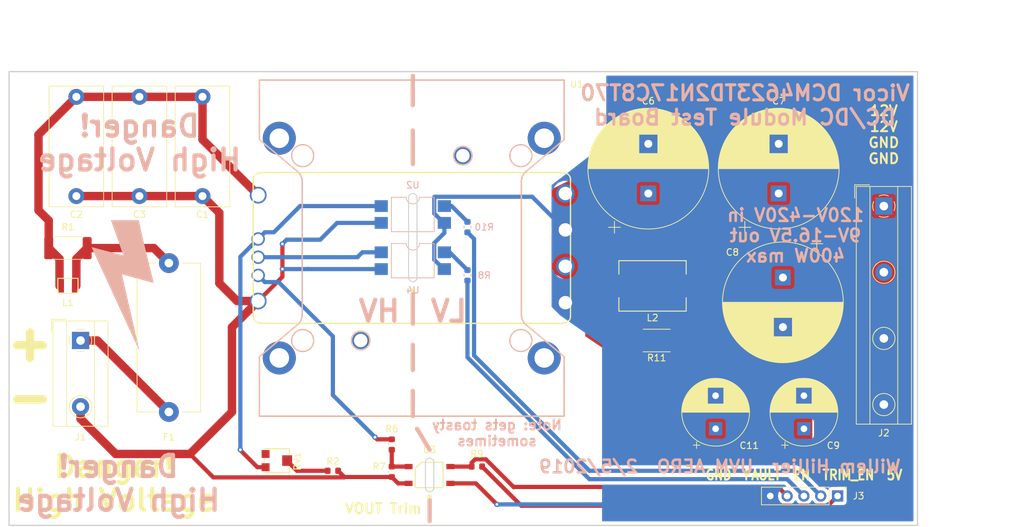
<source format=kicad_pcb>
(kicad_pcb (version 20171130) (host pcbnew "(5.0.2)-1")
  (layers (0 F.Cu signal) (31 B.Cu signal) (34 B.Paste user) (35 F.Paste user) (36 B.SilkS user) (37 F.SilkS user) (38 B.Mask user) (39 F.Mask user) (44 Edge.Cuts user))
  (net 0 "")
  (net 1 "Net-(C1-Pad1)")
  (net 2 /HV-)
  (net 3 GND)
  (net 4 +5V)
  (net 5 "Net-(C6-Pad1)")
  (net 6 +12V)
  (net 7 "Net-(F1-Pad1)")
  (net 8 /HV+)
  (net 9 /TRIM)
  (net 10 "Net-(R6-Pad1)")
  (net 11 /FAULT)
  (net 12 /DC_DC_EN)
  (net 13 "Net-(R8-Pad2)")
  (net 14 /TRIM_EN)
  (net 15 /EN)
  (net 16 "Net-(R10-Pad2)")
  (net 17 /DC_DC_FAULT)
  (net 18 "Net-(R2-Pad1)")
  (module CustomFootprints:TC33X-503ECT-ND (layer F.Cu) (at 95.885 125.095 270)
    (fp_text reference RV1 (at 1.1 -4.8 270) (layer F.SilkS))
    (fp_text value 50k)
    (pad 2 smd rect (at 1 -3.25 270) (size 1.6 1.5) (layers F.Cu F.Paste F.Mask) (net 18 "Net-(R2-Pad1)"))
    (pad 3 smd rect (at 2 0 270) (size 1.2 1.2) (layers F.Cu F.Paste F.Mask) (net 9 /TRIM))
    (pad 1 smd rect (at 0 0 270) (size 1.2 1.2) (layers F.Cu F.Paste F.Mask))
  )
  (module CustomFootprints:TLP182 (layer F.Cu) (at 117.475 127)
    (fp_text reference U3 (at 3.175 -2.54) (layer F.SilkS))
    (fp_text value TLP184)
    (pad 1 smd rect (at 0 0) (size 1.2 0.8) (layers F.Cu F.Paste F.Mask) (net 10 "Net-(R6-Pad1)"))
    (pad 6 smd rect (at 6.3 0) (size 1.2 0.8) (layers F.Cu F.Paste F.Mask) (net 17 /DC_DC_FAULT))
    (pad 3 smd rect (at 0 2.54) (size 1.2 0.8) (layers F.Cu F.Paste F.Mask) (net 2 /HV-))
    (pad 4 smd rect (at 6.3 2.54) (size 1.2 0.8) (layers F.Cu F.Paste F.Mask) (net 3 GND))
  )
  (module Capacitor_THT:C_Rect_L18.0mm_W8.0mm_P15.00mm_FKS3_FKP3 (layer F.Cu) (at 86.36 71.12 270)
    (fp_text reference C1 (at 17.78 0) (layer F.SilkS))
    (fp_text value 0.68uF)
    (pad 1 thru_hole circle (at 0 0 270) (size 2.4 2.4) (drill 1.2) (layers *.Cu *.Mask) (net 1 "Net-(C1-Pad1)"))
    (pad 2 thru_hole circle (at 15 0 270) (size 2.4 2.4) (drill 1.2) (layers *.Cu *.Mask) (net 2 /HV-))
  )
  (module Capacitor_THT:C_Rect_L18.0mm_W8.0mm_P15.00mm_FKS3_FKP3 (layer F.Cu) (at 67.31 71.12 270)
    (fp_text reference C2 (at 17.78 0) (layer F.SilkS))
    (fp_text value 0.68uF)
    (pad 2 thru_hole circle (at 15 0 270) (size 2.4 2.4) (drill 1.2) (layers *.Cu *.Mask) (net 2 /HV-))
    (pad 1 thru_hole circle (at 0 0 270) (size 2.4 2.4) (drill 1.2) (layers *.Cu *.Mask) (net 1 "Net-(C1-Pad1)"))
  )
  (module Capacitor_THT:C_Rect_L18.0mm_W8.0mm_P15.00mm_FKS3_FKP3 (layer F.Cu) (at 76.835 71.12 270)
    (fp_text reference C3 (at 17.78 0) (layer F.SilkS))
    (fp_text value 0.68uF)
    (pad 1 thru_hole circle (at 0 0 270) (size 2.4 2.4) (drill 1.2) (layers *.Cu *.Mask) (net 1 "Net-(C1-Pad1)"))
    (pad 2 thru_hole circle (at 15 0 270) (size 2.4 2.4) (drill 1.2) (layers *.Cu *.Mask) (net 2 /HV-))
  )
  (module Capacitor_THT:CP_Radial_D18.0mm_P7.50mm (layer F.Cu) (at 153.67 85.725 90)
    (fp_text reference C6 (at 13.97 0 180) (layer F.SilkS))
    (fp_text value 4700uF)
    (pad 1 thru_hole rect (at 0 0 90) (size 2.4 2.4) (drill 1.2) (layers *.Cu *.Mask) (net 5 "Net-(C6-Pad1)"))
    (pad 2 thru_hole circle (at 7.5 0 90) (size 2.4 2.4) (drill 1.2) (layers *.Cu *.Mask) (net 3 GND))
  )
  (module Capacitor_THT:CP_Radial_D18.0mm_P7.50mm (layer F.Cu) (at 173.355 85.725 90)
    (fp_text reference C7 (at 13.97 0 180) (layer F.SilkS))
    (fp_text value 4700uF)
    (pad 2 thru_hole circle (at 7.5 0 90) (size 2.4 2.4) (drill 1.2) (layers *.Cu *.Mask) (net 3 GND))
    (pad 1 thru_hole rect (at 0 0 90) (size 2.4 2.4) (drill 1.2) (layers *.Cu *.Mask) (net 6 +12V))
  )
  (module Capacitor_THT:CP_Radial_D18.0mm_P7.50mm (layer F.Cu) (at 173.99 98.425 270)
    (fp_text reference C8 (at -3.81 7.62) (layer F.SilkS))
    (fp_text value 4700uF)
    (pad 1 thru_hole rect (at 0 0 270) (size 2.4 2.4) (drill 1.2) (layers *.Cu *.Mask) (net 6 +12V))
    (pad 2 thru_hole circle (at 7.5 0 270) (size 2.4 2.4) (drill 1.2) (layers *.Cu *.Mask) (net 3 GND))
  )
  (module Capacitor_THT:CP_Radial_D10.0mm_P5.00mm (layer F.Cu) (at 177.165 121.285 90)
    (fp_text reference C9 (at -2.54 4.445 180) (layer F.SilkS))
    (fp_text value 470uF)
    (pad 2 thru_hole circle (at 5 0 90) (size 2 2) (drill 1) (layers *.Cu *.Mask) (net 3 GND))
    (pad 1 thru_hole rect (at 0 0 90) (size 2 2) (drill 1) (layers *.Cu *.Mask) (net 6 +12V))
  )
  (module Capacitor_THT:CP_Radial_D10.0mm_P5.00mm (layer F.Cu) (at 163.83 121.285 90)
    (fp_text reference C11 (at -2.54 5.08 180) (layer F.SilkS))
    (fp_text value 470uF)
    (pad 1 thru_hole rect (at 0 0 90) (size 2 2) (drill 1) (layers *.Cu *.Mask) (net 6 +12V))
    (pad 2 thru_hole circle (at 5 0 90) (size 2 2) (drill 1) (layers *.Cu *.Mask) (net 3 GND))
  )
  (module Fuse:Fuseholder_Cylinder-5x20mm_Schurter_0031_8201_Horizontal_Open (layer F.Cu) (at 81.28 118.745 90)
    (fp_text reference F1 (at -3.81 0 180) (layer F.SilkS))
    (fp_text value 2.5A)
    (pad 1 thru_hole circle (at 0 0 90) (size 3 3) (drill 1.3) (layers *.Cu *.Mask) (net 7 "Net-(F1-Pad1)"))
    (pad 2 thru_hole circle (at 22.5 0 90) (size 3 3) (drill 1.3) (layers *.Cu *.Mask) (net 8 /HV+))
    (pad "" np_thru_hole circle (at 11.25 0 90) (size 2.7 2.7) (drill 2.7) (layers *.Cu *.Mask))
  )
  (module TerminalBlock_MetzConnect:TerminalBlock_MetzConnect_Type067_RT01902HDWC_1x02_P10.00mm_Horizontal (layer F.Cu) (at 67.945 107.95 270)
    (fp_text reference J1 (at 14.605 0) (layer F.SilkS))
    (fp_text value TSV)
    (pad 1 thru_hole rect (at 0 0 270) (size 2.6 2.6) (drill 1.3) (layers *.Cu *.Mask) (net 7 "Net-(F1-Pad1)"))
    (pad 2 thru_hole circle (at 10 0 270) (size 2.6 2.6) (drill 1.3) (layers *.Cu *.Mask) (net 2 /HV-))
  )
  (module TerminalBlock_MetzConnect:TerminalBlock_MetzConnect_Type067_RT01904HDWC_1x04_P10.00mm_Horizontal (layer F.Cu) (at 189.23 87.63 270)
    (fp_text reference J2 (at 34.29 0) (layer F.SilkS))
    (fp_text value 12V_OUT)
    (pad 1 thru_hole rect (at 0 0 270) (size 2.6 2.6) (drill 1.3) (layers *.Cu *.Mask) (net 6 +12V))
    (pad 2 thru_hole circle (at 10 0 270) (size 2.6 2.6) (drill 1.3) (layers *.Cu *.Mask) (net 6 +12V))
    (pad 3 thru_hole circle (at 20 0 270) (size 2.6 2.6) (drill 1.3) (layers *.Cu *.Mask) (net 3 GND))
    (pad 4 thru_hole circle (at 30 0 270) (size 2.6 2.6) (drill 1.3) (layers *.Cu *.Mask) (net 3 GND))
  )
  (module CustomFootprints:Murata_DFE252012P_Inductor (layer F.Cu) (at 66.04 99.695 180)
    (fp_text reference L1 (at 0 -2.54 180) (layer F.SilkS))
    (fp_text value 1uH)
    (pad 1 smd rect (at -1 0 180) (size 0.8 2) (layers F.Cu F.Paste F.Mask) (net 8 /HV+))
    (pad 2 smd rect (at 1 0 180) (size 0.8 2) (layers F.Cu F.Paste F.Mask) (net 1 "Net-(C1-Pad1)"))
  )
  (module CustomFootprints:PA2607 (layer F.Cu) (at 154.305 99.695)
    (fp_text reference L2 (at 0 4.826) (layer F.SilkS))
    (fp_text value 0.15uH)
    (pad 1 smd rect (at -3.935 0) (size 3.3 3.3) (layers F.Cu F.Paste F.Mask) (net 5 "Net-(C6-Pad1)"))
    (pad 2 smd rect (at 3.935 0) (size 3.3 3.3) (layers F.Cu F.Paste F.Mask) (net 6 +12V))
  )
  (module Resistor_SMD:R_2512_6332Metric (layer F.Cu) (at 66.04 93.98)
    (fp_text reference R1 (at 0 -3.175) (layer F.SilkS))
    (fp_text value 1Ω)
    (pad 1 smd roundrect (at -2.9 0) (size 1.35 3.35) (layers F.Cu F.Paste F.Mask) (roundrect_rratio 0.185185) (net 1 "Net-(C1-Pad1)"))
    (pad 2 smd roundrect (at 2.9 0) (size 1.35 3.35) (layers F.Cu F.Paste F.Mask) (roundrect_rratio 0.185185) (net 8 /HV+))
  )
  (module Resistor_SMD:R_0603_1608Metric (layer F.Cu) (at 114.935 123.6725 90)
    (fp_text reference R6 (at 2.3875 0 180) (layer F.SilkS))
    (fp_text value 1k)
    (pad 2 smd roundrect (at 0.7875 0 90) (size 0.875 0.95) (layers F.Cu F.Paste F.Mask) (net 11 /FAULT))
    (pad 1 smd roundrect (at -0.7875 0 90) (size 0.875 0.95) (layers F.Cu F.Paste F.Mask) (net 10 "Net-(R6-Pad1)"))
  )
  (module Resistor_SMD:R_0603_1608Metric (layer F.Cu) (at 114.935 127.7875 270)
    (fp_text reference R7 (at -0.7875 1.905) (layer F.SilkS))
    (fp_text value 100k)
    (pad 1 smd roundrect (at -0.7875 0 270) (size 0.875 0.95) (layers F.Cu F.Paste F.Mask) (net 10 "Net-(R6-Pad1)"))
    (pad 2 smd roundrect (at 0.7875 0 270) (size 0.875 0.95) (layers F.Cu F.Paste F.Mask) (net 2 /HV-))
  )
  (module Resistor_SMD:R_0603_1608Metric (layer B.Cu) (at 126.365 98.095 90)
    (fp_text reference R8 (at 0 2.54 180) (layer B.SilkS) (effects (justify mirror)))
    (fp_text value 1k)
    (pad 2 smd roundrect (at 0.7875 0 90) (size 0.875 0.95) (layers B.Cu B.Paste B.Mask) (net 13 "Net-(R8-Pad2)"))
    (pad 1 smd roundrect (at -0.7875 0 90) (size 0.875 0.95) (layers B.Cu B.Paste B.Mask) (net 12 /DC_DC_EN))
  )
  (module Resistor_SMD:R_0603_1608Metric (layer F.Cu) (at 127.7875 127)
    (fp_text reference R9 (at 0 -1.905) (layer F.SilkS))
    (fp_text value 10k)
    (pad 1 smd roundrect (at -0.7875 0) (size 0.875 0.95) (layers F.Cu F.Paste F.Mask) (net 17 /DC_DC_FAULT))
    (pad 2 smd roundrect (at 0.7875 0) (size 0.875 0.95) (layers F.Cu F.Paste F.Mask) (net 4 +5V))
  )
  (module Resistor_SMD:R_0603_1608Metric (layer B.Cu) (at 126.365 90.805 90)
    (fp_text reference R10 (at 0 2.54 180) (layer B.SilkS) (effects (justify mirror)))
    (fp_text value 1k)
    (pad 1 smd roundrect (at -0.7875 0 90) (size 0.875 0.95) (layers B.Cu B.Paste B.Mask) (net 14 /TRIM_EN))
    (pad 2 smd roundrect (at 0.7875 0 90) (size 0.875 0.95) (layers B.Cu B.Paste B.Mask) (net 16 "Net-(R10-Pad2)"))
  )
  (module Resistor_SMD:R_2512_6332Metric (layer F.Cu) (at 154.94 107.95 180)
    (fp_text reference R11 (at 0 -2.62 180) (layer F.SilkS))
    (fp_text value 1Ω)
    (pad 2 smd roundrect (at 2.9 0 180) (size 1.35 3.35) (layers F.Cu F.Paste F.Mask) (roundrect_rratio 0.185185) (net 5 "Net-(C6-Pad1)"))
    (pad 1 smd roundrect (at -2.9 0 180) (size 1.35 3.35) (layers F.Cu F.Paste F.Mask) (roundrect_rratio 0.185185) (net 6 +12V))
  )
  (module "CustomFootprints:DCM4623TD2J13D0T70 w_landpattern" (layer F.Cu) (at 117.955 93.98)
    (fp_text reference U1 (at 24.92 -24.765 180) (layer F.SilkS))
    (fp_text value DCM4623TD2J13D0T70)
    (pad "" thru_hole circle (at -20 16.6) (size 4.99 4.99) (drill 2.95) (layers *.Cu *.Mask))
    (pad "" thru_hole circle (at -20 -16.6) (size 4.99 4.99) (drill 2.95) (layers *.Cu *.Mask))
    (pad "" thru_hole circle (at 20 16.6) (size 4.99 4.99) (drill 2.95) (layers *.Cu *.Mask))
    (pad "" thru_hole circle (at 20 -16.6) (size 4.99 4.99) (drill 2.95) (layers *.Cu *.Mask))
    (pad "" thru_hole circle (at -7.71 13.97) (size 2.79 2.79) (drill 2.03) (layers *.Cu *.Mask))
    (pad "" thru_hole circle (at 7.71 -13.97) (size 2.79 2.79) (drill 2.03) (layers *.Cu *.Mask))
    (pad "" np_thru_hole circle (at 16.47 13.97) (size 3.1 3.1) (drill 3.1) (layers *.Cu *.Mask))
    (pad "" np_thru_hole circle (at -16.47 13.97) (size 3.1 3.1) (drill 3.1) (layers *.Cu *.Mask))
    (pad "" np_thru_hole circle (at -16.47 -13.97) (size 3.1 3.1) (drill 3.1) (layers *.Cu *.Mask))
    (pad "" np_thru_hole circle (at 16.47 -13.97) (size 3.1 3.1) (drill 3.1) (layers *.Cu *.Mask))
    (pad 9 thru_hole circle (at 23.19 -8.25) (size 2.79 2.79) (drill 2.03) (layers *.Cu *.Mask) (net 5 "Net-(C6-Pad1)"))
    (pad 8 thru_hole circle (at 23.19 -2.75) (size 2.79 2.79) (drill 2.03) (layers *.Cu *.Mask) (net 3 GND))
    (pad 7 thru_hole circle (at 23.19 2.75) (size 2.79 2.79) (drill 2.03) (layers *.Cu *.Mask) (net 5 "Net-(C6-Pad1)"))
    (pad 6 thru_hole circle (at 23.19 8.25) (size 2.79 2.79) (drill 2.03) (layers *.Cu *.Mask) (net 3 GND))
    (pad 4 thru_hole circle (at -23.19 4.13) (size 2.02 2.02) (drill 1.52) (layers *.Cu *.Mask) (net 11 /FAULT))
    (pad 3 thru_hole circle (at -23.19 1.38) (size 2.02 2.02) (drill 1.52) (layers *.Cu *.Mask) (net 15 /EN))
    (pad 2 thru_hole circle (at -23.19 -1.38) (size 2.02 2.02) (drill 1.52) (layers *.Cu *.Mask) (net 9 /TRIM))
    (pad 5 thru_hole circle (at -23.19 8) (size 2.53 2.53) (drill 2.03) (layers *.Cu *.Mask) (net 2 /HV-))
    (pad 1 thru_hole circle (at -23.19 -8) (size 2.53 2.53) (drill 2.03) (layers *.Cu *.Mask) (net 1 "Net-(C1-Pad1)"))
  )
  (module Package_DIP:SMDIP-4_W9.53mm (layer B.Cu) (at 118.11 88.9 180)
    (fp_text reference U2 (at 0 4.445 180) (layer B.SilkS) (effects (justify mirror)))
    (fp_text value LTV-817S)
    (pad 4 smd rect (at 4.765 1.27 180) (size 2 1.78) (layers B.Cu B.Paste B.Mask) (net 9 /TRIM))
    (pad 2 smd rect (at -4.765 -1.27 180) (size 2 1.78) (layers B.Cu B.Paste B.Mask) (net 3 GND))
    (pad 3 smd rect (at 4.765 -1.27 180) (size 2 1.78) (layers B.Cu B.Paste B.Mask) (net 2 /HV-))
    (pad 1 smd rect (at -4.765 1.27 180) (size 2 1.78) (layers B.Cu B.Paste B.Mask) (net 16 "Net-(R10-Pad2)"))
  )
  (module Package_DIP:SMDIP-4_W9.53mm (layer B.Cu) (at 118.11 95.885 180)
    (fp_text reference U4 (at 0 -4.445 180) (layer B.SilkS) (effects (justify mirror)))
    (fp_text value LTV-817S)
    (pad 1 smd rect (at -4.765 1.27 180) (size 2 1.78) (layers B.Cu B.Paste B.Mask) (net 13 "Net-(R8-Pad2)"))
    (pad 3 smd rect (at 4.765 -1.27 180) (size 2 1.78) (layers B.Cu B.Paste B.Mask) (net 2 /HV-))
    (pad 2 smd rect (at -4.765 -1.27 180) (size 2 1.78) (layers B.Cu B.Paste B.Mask) (net 3 GND))
    (pad 4 smd rect (at 4.765 1.27 180) (size 2 1.78) (layers B.Cu B.Paste B.Mask) (net 15 /EN))
  )
  (module Connector_PinHeader_2.54mm:PinHeader_1x05_P2.54mm_Vertical (layer F.Cu) (at 182.245 131.445 270)
    (fp_text reference J3 (at 0 -3.175) (layer F.SilkS))
    (fp_text value Conn_01x05)
    (pad 1 thru_hole rect (at 0 0 270) (size 1.7 1.7) (drill 1) (layers *.Cu *.Mask) (net 4 +5V))
    (pad 2 thru_hole oval (at 0 2.54 270) (size 1.7 1.7) (drill 1) (layers *.Cu *.Mask) (net 14 /TRIM_EN))
    (pad 3 thru_hole oval (at 0 5.08 270) (size 1.7 1.7) (drill 1) (layers *.Cu *.Mask) (net 12 /DC_DC_EN))
    (pad 4 thru_hole oval (at 0 7.62 270) (size 1.7 1.7) (drill 1) (layers *.Cu *.Mask) (net 17 /DC_DC_FAULT))
    (pad 5 thru_hole oval (at 0 10.16 270) (size 1.7 1.7) (drill 1) (layers *.Cu *.Mask) (net 3 GND))
  )
  (module Resistor_SMD:R_0603_1608Metric (layer F.Cu) (at 106.045 127.635)
    (fp_text reference R2 (at 0 -1.43) (layer F.SilkS))
    (fp_text value 6.8k)
    (pad 1 smd roundrect (at -0.7875 0) (size 0.875 0.95) (layers F.Cu F.Paste F.Mask) (net 18 "Net-(R2-Pad1)"))
    (pad 2 smd roundrect (at 0.7875 0) (size 0.875 0.95) (layers F.Cu F.Paste F.Mask) (net 2 /HV-))
  )
  (module CustomFootprints:hvlightningsymbol (layer B.Cu) (at 74.295 99.695 180)
    (fp_text reference G*** hide)
    (fp_text value LOGO hide)
  )
  (gr_line (start 118.11 81.28) (end 118.11 76.2) (layer F.SilkS) (width 0.635))
  (gr_line (start 118.11 119.38) (end 118.11 115.57) (layer F.SilkS) (width 0.635))
  (gr_line (start 118.11 112.395) (end 118.11 108.585) (layer F.SilkS) (width 0.635))
  (gr_text "Note: gets toasty\nsometimes" (at 130.81 121.92) (layer B.SilkS) (effects (font (size 1.5 1.5) (thickness 0.3)) (justify mirror)))
  (gr_text "LV  HV" (at 118.11 103.505) (layer B.SilkS) (effects (font (size 3.175 3.175) (thickness 0.635)) (justify mirror)))
  (gr_text "Danger!\nHigh Voltage" (at 76.835 78.105) (layer B.SilkS) (effects (font (size 3.175 3.175) (thickness 0.635)) (justify mirror)))
  (gr_text "Willem Hillier  UVM AERO  2/5/2019" (at 164.465 127) (layer B.SilkS) (effects (font (size 1.905 1.905) (thickness 0.381)) (justify mirror)))
  (gr_text "120V-420V in\n9V-16.5V out\n400W max" (at 175.895 92.075) (layer B.SilkS) (effects (font (size 1.905 1.905) (thickness 0.381)) (justify mirror)))
  (gr_text "Vicor DCM4623TD2N17C8T70\nDC/DC Module Test Board" (at 168.275 72.39) (layer B.SilkS) (effects (font (size 2.286 2.286) (thickness 0.4572)) (justify mirror)))
  (gr_line (start 120.65 132.08) (end 120.65 135.255) (layer B.SilkS) (width 0.635))
  (gr_line (start 118.745 121.285) (end 120.65 124.46) (layer B.SilkS) (width 0.635))
  (gr_line (start 118.11 115.57) (end 118.11 119.38) (layer B.SilkS) (width 0.635))
  (gr_line (start 118.11 108.585) (end 118.11 112.395) (layer B.SilkS) (width 0.635))
  (gr_line (start 118.11 100.965) (end 118.11 105.41) (layer B.SilkS) (width 0.635))
  (gr_line (start 118.11 76.2) (end 118.11 81.28) (layer B.SilkS) (width 0.635))
  (gr_line (start 118.11 67.945) (end 118.11 72.39) (layer B.SilkS) (width 0.635))
  (gr_text "Danger!\nHigh Voltage" (at 73.66 129.54) (layer B.SilkS) (effects (font (size 3.175 3.175) (thickness 0.635)) (justify mirror)))
  (gr_text "Danger!\nHigh Voltage" (at 73.025 129.54) (layer F.SilkS) (effects (font (size 3.175 3.175) (thickness 0.635))))
  (gr_line (start 118.11 72.39) (end 118.11 67.945) (layer F.SilkS) (width 0.635))
  (gr_line (start 118.11 104.14) (end 118.11 100.33) (layer F.SilkS) (width 0.635))
  (gr_line (start 118.11 105.41) (end 118.11 100.965) (layer F.SilkS) (width 0.635))
  (gr_line (start 120.65 124.46) (end 118.745 121.285) (layer F.SilkS) (width 0.635))
  (gr_line (start 120.65 135.255) (end 120.65 131.445) (layer F.SilkS) (width 0.635))
  (gr_text "GND  FAULT  EN  TRIM_EN  5V" (at 177.165 128.27) (layer F.SilkS) (effects (font (size 1.5 1.27) (thickness 0.3))))
  (gr_text "12V\n12V\nGND\nGND\n" (at 189.23 76.835) (layer F.SilkS) (effects (font (size 1.5 1.5) (thickness 0.3))))
  (gr_text "VOUT Trim" (at 113.665 133.35) (layer F.SilkS) (effects (font (size 1.5 1.5) (thickness 0.3))))
  (gr_text "+\n-" (at 60.325 112.395) (layer F.SilkS) (effects (font (size 5.08 5.08) (thickness 1.27))))
  (gr_arc (start 120.65 130.175) (end 120.015 130.175) (angle -180) (layer Edge.Cuts) (width 0.15))
  (gr_arc (start 120.65 126.365) (end 121.285 126.365) (angle -180) (layer Edge.Cuts) (width 0.15))
  (gr_line (start 121.285 130.175) (end 121.285 126.365) (layer Edge.Cuts) (width 0.15))
  (gr_line (start 120.015 126.365) (end 120.015 130.175) (layer Edge.Cuts) (width 0.15))
  (gr_arc (start 118.11 98.425) (end 117.475 98.425) (angle -180) (layer Edge.Cuts) (width 0.15))
  (gr_arc (start 118.11 86.36) (end 118.745 86.36) (angle -180) (layer Edge.Cuts) (width 0.15))
  (gr_line (start 118.745 86.36) (end 118.745 98.425) (layer Edge.Cuts) (width 0.15))
  (gr_line (start 117.475 98.425) (end 117.475 86.36) (layer Edge.Cuts) (width 0.15))
  (gr_line (start 57.15 135.89) (end 57.15 67.31) (layer Edge.Cuts) (width 0.2))
  (gr_line (start 194.31 135.89) (end 57.15 135.89) (layer Edge.Cuts) (width 0.2))
  (gr_line (start 194.31 67.31) (end 194.31 135.89) (layer Edge.Cuts) (width 0.2))
  (gr_line (start 57.15 67.31) (end 194.31 67.31) (layer Edge.Cuts) (width 0.2))
  (segment (start 86.36 71.12) (end 67.31 71.12) (width 1.27) (layer F.Cu) (net 1))
  (segment (start 63.14 93.98) (end 63.14 89.81) (width 1.27) (layer F.Cu) (net 1))
  (segment (start 63.14 89.81) (end 61.595 88.265) (width 1.27) (layer F.Cu) (net 1))
  (segment (start 61.595 76.835) (end 67.31 71.12) (width 1.27) (layer F.Cu) (net 1))
  (segment (start 61.595 88.265) (end 61.595 76.835) (width 1.27) (layer F.Cu) (net 1))
  (segment (start 64.77 95.61) (end 63.14 93.98) (width 1.27) (layer F.Cu) (net 1))
  (segment (start 64.77 99.695) (end 64.77 95.61) (width 1.27) (layer F.Cu) (net 1))
  (segment (start 86.36 77.575) (end 94.765 85.98) (width 1.27) (layer F.Cu) (net 1))
  (segment (start 86.36 71.12) (end 86.36 77.575) (width 1.27) (layer F.Cu) (net 1))
  (segment (start 67.31 86.12) (end 86.36 86.12) (width 1.27) (layer F.Cu) (net 2))
  (segment (start 67.945 119.788477) (end 67.945 117.95) (width 1.27) (layer F.Cu) (net 2))
  (segment (start 73.251523 125.095) (end 67.945 119.788477) (width 1.27) (layer F.Cu) (net 2))
  (segment (start 84.455 125.095) (end 73.251523 125.095) (width 1.27) (layer F.Cu) (net 2))
  (segment (start 90.805 118.745) (end 84.455 125.095) (width 1.27) (layer F.Cu) (net 2))
  (segment (start 94.765 101.98) (end 90.805 105.94) (width 1.27) (layer F.Cu) (net 2))
  (segment (start 90.805 105.94) (end 90.805 118.745) (width 1.27) (layer F.Cu) (net 2))
  (segment (start 88.9 88.66) (end 86.36 86.12) (width 1.27) (layer F.Cu) (net 2))
  (segment (start 88.9 99.29) (end 88.9 88.66) (width 1.27) (layer F.Cu) (net 2))
  (segment (start 94.765 101.98) (end 91.59 101.98) (width 1.27) (layer F.Cu) (net 2))
  (segment (start 91.59 101.98) (end 88.9 99.29) (width 1.27) (layer F.Cu) (net 2))
  (via (at 98.425 93.345) (size 0.8) (drill 0.4) (layers F.Cu B.Cu) (net 2))
  (via (at 98.425 97.155) (size 0.8) (drill 0.4) (layers F.Cu B.Cu) (net 2))
  (segment (start 115.9 129.54) (end 114.935 128.575) (width 0.635) (layer F.Cu) (net 2))
  (segment (start 117.475 129.54) (end 115.9 129.54) (width 0.635) (layer F.Cu) (net 2))
  (segment (start 85.905001 126.545001) (end 84.455 125.095) (width 0.635) (layer F.Cu) (net 2))
  (segment (start 102.235 97.155) (end 98.425 97.155) (width 0.635) (layer B.Cu) (net 2))
  (segment (start 113.345 97.155) (end 102.235 97.155) (width 0.635) (layer B.Cu) (net 2))
  (segment (start 99.06 92.71) (end 98.425 93.345) (width 0.635) (layer B.Cu) (net 2))
  (segment (start 104.14 92.71) (end 99.06 92.71) (width 0.635) (layer B.Cu) (net 2))
  (segment (start 113.345 90.17) (end 106.68 90.17) (width 0.635) (layer B.Cu) (net 2))
  (segment (start 106.68 90.17) (end 104.14 92.71) (width 0.635) (layer B.Cu) (net 2))
  (segment (start 94.765 101.98) (end 98.425 98.32) (width 0.635) (layer F.Cu) (net 2))
  (segment (start 98.425 98.32) (end 98.425 97.155) (width 0.635) (layer F.Cu) (net 2))
  (segment (start 98.425 93.345) (end 98.425 97.155) (width 0.635) (layer F.Cu) (net 2))
  (segment (start 107.7725 128.575) (end 106.8325 127.635) (width 0.635) (layer F.Cu) (net 2))
  (segment (start 114.935 128.575) (end 107.7725 128.575) (width 0.635) (layer F.Cu) (net 2))
  (segment (start 87.99071 128.63071) (end 85.905001 126.545001) (width 0.635) (layer F.Cu) (net 2))
  (segment (start 107.71679 128.63071) (end 87.99071 128.63071) (width 0.635) (layer F.Cu) (net 2))
  (segment (start 107.7725 128.575) (end 107.71679 128.63071) (width 0.635) (layer F.Cu) (net 2))
  (segment (start 121.354299 88.759299) (end 121.354299 86.290701) (width 0.635) (layer B.Cu) (net 3))
  (segment (start 122.875 90.17) (end 122.765 90.17) (width 0.635) (layer B.Cu) (net 3))
  (segment (start 122.765 90.17) (end 121.354299 88.759299) (width 0.635) (layer B.Cu) (net 3))
  (segment (start 139.750001 89.835001) (end 141.145 91.23) (width 0.635) (layer B.Cu) (net 3))
  (segment (start 136.134299 86.219299) (end 139.750001 89.835001) (width 0.635) (layer B.Cu) (net 3))
  (segment (start 121.425701 86.219299) (end 136.134299 86.219299) (width 0.635) (layer B.Cu) (net 3))
  (segment (start 121.354299 86.290701) (end 121.425701 86.219299) (width 0.635) (layer B.Cu) (net 3))
  (segment (start 122.875 91.695) (end 122.875 90.17) (width 0.635) (layer B.Cu) (net 3))
  (segment (start 121.354299 93.215701) (end 122.875 91.695) (width 0.635) (layer B.Cu) (net 3))
  (segment (start 121.354299 95.744299) (end 121.354299 93.215701) (width 0.635) (layer B.Cu) (net 3))
  (segment (start 122.765 97.155) (end 121.354299 95.744299) (width 0.635) (layer B.Cu) (net 3))
  (segment (start 122.875 97.155) (end 122.765 97.155) (width 0.635) (layer B.Cu) (net 3))
  (via (at 130.81 132.715) (size 0.8) (drill 0.4) (layers F.Cu B.Cu) (net 3))
  (segment (start 127.635 129.54) (end 130.81 132.715) (width 0.635) (layer F.Cu) (net 3))
  (segment (start 123.775 129.54) (end 127.635 129.54) (width 0.635) (layer F.Cu) (net 3))
  (segment (start 130.81 132.715) (end 147.32 132.715) (width 0.635) (layer B.Cu) (net 3))
  (segment (start 129.036612 127.461612) (end 128.575 127) (width 0.635) (layer F.Cu) (net 4))
  (segment (start 134.492301 132.917301) (end 129.036612 127.461612) (width 0.635) (layer F.Cu) (net 4))
  (segment (start 180.772699 132.917301) (end 134.492301 132.917301) (width 0.635) (layer F.Cu) (net 4))
  (segment (start 182.245 131.445) (end 180.772699 132.917301) (width 0.635) (layer F.Cu) (net 4))
  (segment (start 70.485 107.95) (end 67.945 107.95) (width 1.27) (layer F.Cu) (net 7))
  (segment (start 81.28 118.745) (end 70.485 107.95) (width 1.27) (layer F.Cu) (net 7))
  (segment (start 79.015 93.98) (end 81.28 96.245) (width 1.27) (layer F.Cu) (net 8))
  (segment (start 68.94 93.98) (end 79.015 93.98) (width 1.27) (layer F.Cu) (net 8))
  (segment (start 67.31 95.61) (end 68.94 93.98) (width 1.27) (layer F.Cu) (net 8))
  (segment (start 67.31 99.695) (end 67.31 95.61) (width 1.27) (layer F.Cu) (net 8))
  (segment (start 95.774999 91.590001) (end 94.765 92.6) (width 0.635) (layer B.Cu) (net 9))
  (segment (start 97.135901 91.590001) (end 95.774999 91.590001) (width 0.635) (layer B.Cu) (net 9))
  (segment (start 101.095902 87.63) (end 97.135901 91.590001) (width 0.635) (layer B.Cu) (net 9))
  (segment (start 113.345 87.63) (end 101.095902 87.63) (width 0.635) (layer B.Cu) (net 9))
  (segment (start 92.075 95.29) (end 94.765 92.6) (width 0.635) (layer B.Cu) (net 9))
  (segment (start 92.075 122.715) (end 92.075 95.29) (width 0.635) (layer B.Cu) (net 9))
  (segment (start 92.075 122.715) (end 92.075 123.19) (width 0.635) (layer B.Cu) (net 9))
  (segment (start 92.075 123.19) (end 92.075 124.46) (width 0.635) (layer B.Cu) (net 9))
  (segment (start 94.65 127.095) (end 92.075 124.52) (width 0.635) (layer F.Cu) (net 9))
  (segment (start 95.885 127.095) (end 94.65 127.095) (width 0.635) (layer F.Cu) (net 9))
  (segment (start 92.075 124.46) (end 92.075 124.46) (width 0.635) (layer B.Cu) (net 9))
  (via (at 92.075 124.46) (size 0.8) (drill 0.4) (layers F.Cu B.Cu) (net 9))
  (segment (start 117.475 127) (end 114.935 127) (width 0.635) (layer F.Cu) (net 10))
  (segment (start 114.935 127) (end 114.935 124.46) (width 0.635) (layer F.Cu) (net 10))
  (segment (start 95.774999 99.119999) (end 97.849999 99.119999) (width 0.635) (layer B.Cu) (net 11))
  (segment (start 94.765 98.11) (end 95.774999 99.119999) (width 0.635) (layer B.Cu) (net 11))
  (segment (start 97.849999 99.119999) (end 106.045 107.315) (width 0.635) (layer B.Cu) (net 11))
  (segment (start 106.045 107.315) (end 106.045 116.205) (width 0.635) (layer B.Cu) (net 11))
  (segment (start 106.045 116.205) (end 112.395 122.555) (width 0.635) (layer B.Cu) (net 11))
  (via (at 112.395 122.555) (size 0.8) (drill 0.4) (layers F.Cu B.Cu) (net 11))
  (segment (start 112.725 122.885) (end 112.395 122.555) (width 0.635) (layer F.Cu) (net 11))
  (segment (start 114.935 122.885) (end 112.725 122.885) (width 0.635) (layer F.Cu) (net 11))
  (segment (start 126.365 98.8825) (end 126.365 110.49) (width 0.635) (layer B.Cu) (net 12))
  (segment (start 126.365 110.49) (end 144.78 128.905) (width 0.635) (layer B.Cu) (net 12))
  (segment (start 174.625 128.905) (end 177.165 131.445) (width 0.635) (layer B.Cu) (net 12))
  (segment (start 144.78 128.905) (end 174.625 128.905) (width 0.635) (layer B.Cu) (net 12))
  (segment (start 123.6725 94.615) (end 126.365 97.3075) (width 0.635) (layer B.Cu) (net 13))
  (segment (start 122.875 94.615) (end 123.6725 94.615) (width 0.635) (layer B.Cu) (net 13))
  (segment (start 127.36071 92.58821) (end 127.36071 110.21571) (width 0.635) (layer B.Cu) (net 14))
  (segment (start 126.365 91.5925) (end 127.36071 92.58821) (width 0.635) (layer B.Cu) (net 14))
  (segment (start 127.36071 110.21571) (end 144.78 127.635) (width 0.635) (layer B.Cu) (net 14))
  (segment (start 175.895 127.635) (end 179.705 131.445) (width 0.635) (layer B.Cu) (net 14))
  (segment (start 144.78 127.635) (end 175.895 127.635) (width 0.635) (layer B.Cu) (net 14))
  (segment (start 94.765 95.36) (end 109.745 95.36) (width 0.635) (layer B.Cu) (net 15))
  (segment (start 110.49 94.615) (end 113.345 94.615) (width 0.635) (layer B.Cu) (net 15))
  (segment (start 109.745 95.36) (end 110.49 94.615) (width 0.635) (layer B.Cu) (net 15))
  (segment (start 123.9775 87.63) (end 126.365 90.0175) (width 0.635) (layer B.Cu) (net 16))
  (segment (start 122.875 87.63) (end 123.9775 87.63) (width 0.635) (layer B.Cu) (net 16))
  (segment (start 123.775 127) (end 127 127) (width 0.635) (layer F.Cu) (net 17))
  (segment (start 129.142132 125.90269) (end 133.35 130.110558) (width 0.635) (layer F.Cu) (net 17))
  (segment (start 127.52231 125.90269) (end 129.142132 125.90269) (width 0.635) (layer F.Cu) (net 17))
  (segment (start 127 127) (end 127 126.425) (width 0.635) (layer F.Cu) (net 17))
  (segment (start 127 126.425) (end 127.52231 125.90269) (width 0.635) (layer F.Cu) (net 17))
  (segment (start 173.775001 130.595001) (end 174.625 131.445) (width 0.635) (layer F.Cu) (net 17))
  (segment (start 173.254299 130.074299) (end 173.775001 130.595001) (width 0.635) (layer F.Cu) (net 17))
  (segment (start 133.386259 130.074299) (end 173.254299 130.074299) (width 0.635) (layer F.Cu) (net 17))
  (segment (start 133.35 130.110558) (end 133.386259 130.074299) (width 0.635) (layer F.Cu) (net 17))
  (segment (start 99.135 126.145) (end 99.135 126.095) (width 0.635) (layer F.Cu) (net 18))
  (segment (start 100.625 127.635) (end 99.135 126.145) (width 0.635) (layer F.Cu) (net 18))
  (segment (start 105.2575 127.635) (end 100.625 127.635) (width 0.635) (layer F.Cu) (net 18))
  (zone (net 5) (net_name "Net-(C6-Pad1)") (layer F.Cu) (connect_pads yes (clearance 0.508)) (min_thickness 0.254) (fill yes (arc_segments 16) (thermal_gap 0.508) (thermal_bridge_width 0.508))
    (polygon (pts (xy 153.035 109.855) (xy 153.035 106.045) (xy 152.4 102.235) (xy 152.4 90.17) (xy 155.575 87.63) (xy 155.575 83.82) (xy 141.605 83.82) (xy 139.065 85.09) (xy 139.065 97.63125) (xy 141.605 99.06) (xy 144.145 99.06) (xy 144.145 107.315) (xy 147.955 109.855)))
  )
  (zone (net 6) (net_name +12V) (layer F.Cu) (connect_pads yes (clearance 0.508)) (min_thickness 0.254) (fill yes (arc_segments 16) (thermal_gap 0.508) (thermal_bridge_width 0.508))
    (polygon (pts (xy 178.435 120.015) (xy 178.435 125.095) (xy 161.29 125.095) (xy 156.845 119.38) (xy 156.845 106.045) (xy 156.21 101.6) (xy 156.21 92.075) (xy 165.735 83.82) (xy 189.23 83.82) (xy 191.77 85.725) (xy 191.77 98.425) (xy 188.595 101.6) (xy 178.435 111.125)))
  )
  (zone (net 3) (net_name GND) (layer B.Cu) (connect_pads yes (clearance 0.508)) (min_thickness 0.254) (fill yes (arc_segments 16) (thermal_gap 0.508) (thermal_bridge_width 0.508))
    (polygon (pts (xy 194.31 67.31) (xy 194.31 135.89) (xy 146.685 135.89) (xy 146.685 126.84125) (xy 146.685 125.095) (xy 146.685 108.585) (xy 140.335 104.14) (xy 139.065 102.87) (xy 139.065 84.455) (xy 147.32 78.105) (xy 147.32 67.31)))
  )
)
</source>
